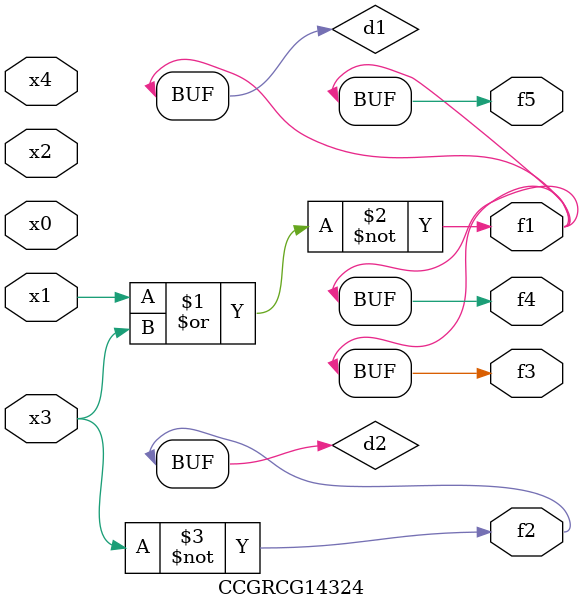
<source format=v>
module CCGRCG14324(
	input x0, x1, x2, x3, x4,
	output f1, f2, f3, f4, f5
);

	wire d1, d2;

	nor (d1, x1, x3);
	not (d2, x3);
	assign f1 = d1;
	assign f2 = d2;
	assign f3 = d1;
	assign f4 = d1;
	assign f5 = d1;
endmodule

</source>
